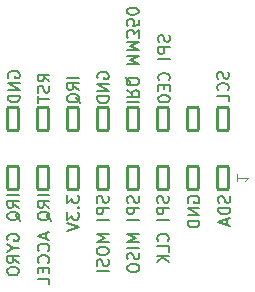
<source format=gbo>
%TF.GenerationSoftware,KiCad,Pcbnew,7.0.1*%
%TF.CreationDate,2024-02-15T14:31:57+01:00*%
%TF.ProjectId,pi4-sensorleap-v1,7069342d-7365-46e7-936f-726c6561702d,rev?*%
%TF.SameCoordinates,Original*%
%TF.FileFunction,Legend,Bot*%
%TF.FilePolarity,Positive*%
%FSLAX46Y46*%
G04 Gerber Fmt 4.6, Leading zero omitted, Abs format (unit mm)*
G04 Created by KiCad (PCBNEW 7.0.1) date 2024-02-15 14:31:57*
%MOMM*%
%LPD*%
G01*
G04 APERTURE LIST*
G04 Aperture macros list*
%AMRoundRect*
0 Rectangle with rounded corners*
0 $1 Rounding radius*
0 $2 $3 $4 $5 $6 $7 $8 $9 X,Y pos of 4 corners*
0 Add a 4 corners polygon primitive as box body*
4,1,4,$2,$3,$4,$5,$6,$7,$8,$9,$2,$3,0*
0 Add four circle primitives for the rounded corners*
1,1,$1+$1,$2,$3*
1,1,$1+$1,$4,$5*
1,1,$1+$1,$6,$7*
1,1,$1+$1,$8,$9*
0 Add four rect primitives between the rounded corners*
20,1,$1+$1,$2,$3,$4,$5,0*
20,1,$1+$1,$4,$5,$6,$7,0*
20,1,$1+$1,$6,$7,$8,$9,0*
20,1,$1+$1,$8,$9,$2,$3,0*%
G04 Aperture macros list end*
%ADD10C,0.150000*%
%ADD11C,0.100000*%
%ADD12R,1.500000X4.000000*%
%ADD13RoundRect,0.133333X-0.466667X-0.966667X0.466667X-0.966667X0.466667X0.966667X-0.466667X0.966667X0*%
G04 APERTURE END LIST*
D10*
X81667619Y-54279523D02*
X81191428Y-53946190D01*
X81667619Y-53708095D02*
X80667619Y-53708095D01*
X80667619Y-53708095D02*
X80667619Y-54089047D01*
X80667619Y-54089047D02*
X80715238Y-54184285D01*
X80715238Y-54184285D02*
X80762857Y-54231904D01*
X80762857Y-54231904D02*
X80858095Y-54279523D01*
X80858095Y-54279523D02*
X81000952Y-54279523D01*
X81000952Y-54279523D02*
X81096190Y-54231904D01*
X81096190Y-54231904D02*
X81143809Y-54184285D01*
X81143809Y-54184285D02*
X81191428Y-54089047D01*
X81191428Y-54089047D02*
X81191428Y-53708095D01*
X81620000Y-54660476D02*
X81667619Y-54803333D01*
X81667619Y-54803333D02*
X81667619Y-55041428D01*
X81667619Y-55041428D02*
X81620000Y-55136666D01*
X81620000Y-55136666D02*
X81572380Y-55184285D01*
X81572380Y-55184285D02*
X81477142Y-55231904D01*
X81477142Y-55231904D02*
X81381904Y-55231904D01*
X81381904Y-55231904D02*
X81286666Y-55184285D01*
X81286666Y-55184285D02*
X81239047Y-55136666D01*
X81239047Y-55136666D02*
X81191428Y-55041428D01*
X81191428Y-55041428D02*
X81143809Y-54850952D01*
X81143809Y-54850952D02*
X81096190Y-54755714D01*
X81096190Y-54755714D02*
X81048571Y-54708095D01*
X81048571Y-54708095D02*
X80953333Y-54660476D01*
X80953333Y-54660476D02*
X80858095Y-54660476D01*
X80858095Y-54660476D02*
X80762857Y-54708095D01*
X80762857Y-54708095D02*
X80715238Y-54755714D01*
X80715238Y-54755714D02*
X80667619Y-54850952D01*
X80667619Y-54850952D02*
X80667619Y-55089047D01*
X80667619Y-55089047D02*
X80715238Y-55231904D01*
X80667619Y-55517619D02*
X80667619Y-56089047D01*
X81667619Y-55803333D02*
X80667619Y-55803333D01*
X93423238Y-64557904D02*
X93375619Y-64462666D01*
X93375619Y-64462666D02*
X93375619Y-64319809D01*
X93375619Y-64319809D02*
X93423238Y-64176952D01*
X93423238Y-64176952D02*
X93518476Y-64081714D01*
X93518476Y-64081714D02*
X93613714Y-64034095D01*
X93613714Y-64034095D02*
X93804190Y-63986476D01*
X93804190Y-63986476D02*
X93947047Y-63986476D01*
X93947047Y-63986476D02*
X94137523Y-64034095D01*
X94137523Y-64034095D02*
X94232761Y-64081714D01*
X94232761Y-64081714D02*
X94328000Y-64176952D01*
X94328000Y-64176952D02*
X94375619Y-64319809D01*
X94375619Y-64319809D02*
X94375619Y-64415047D01*
X94375619Y-64415047D02*
X94328000Y-64557904D01*
X94328000Y-64557904D02*
X94280380Y-64605523D01*
X94280380Y-64605523D02*
X93947047Y-64605523D01*
X93947047Y-64605523D02*
X93947047Y-64415047D01*
X94375619Y-65034095D02*
X93375619Y-65034095D01*
X93375619Y-65034095D02*
X94375619Y-65605523D01*
X94375619Y-65605523D02*
X93375619Y-65605523D01*
X94375619Y-66081714D02*
X93375619Y-66081714D01*
X93375619Y-66081714D02*
X93375619Y-66319809D01*
X93375619Y-66319809D02*
X93423238Y-66462666D01*
X93423238Y-66462666D02*
X93518476Y-66557904D01*
X93518476Y-66557904D02*
X93613714Y-66605523D01*
X93613714Y-66605523D02*
X93804190Y-66653142D01*
X93804190Y-66653142D02*
X93947047Y-66653142D01*
X93947047Y-66653142D02*
X94137523Y-66605523D01*
X94137523Y-66605523D02*
X94232761Y-66557904D01*
X94232761Y-66557904D02*
X94328000Y-66462666D01*
X94328000Y-66462666D02*
X94375619Y-66319809D01*
X94375619Y-66319809D02*
X94375619Y-66081714D01*
X83175619Y-63938857D02*
X83175619Y-64557904D01*
X83175619Y-64557904D02*
X83556571Y-64224571D01*
X83556571Y-64224571D02*
X83556571Y-64367428D01*
X83556571Y-64367428D02*
X83604190Y-64462666D01*
X83604190Y-64462666D02*
X83651809Y-64510285D01*
X83651809Y-64510285D02*
X83747047Y-64557904D01*
X83747047Y-64557904D02*
X83985142Y-64557904D01*
X83985142Y-64557904D02*
X84080380Y-64510285D01*
X84080380Y-64510285D02*
X84128000Y-64462666D01*
X84128000Y-64462666D02*
X84175619Y-64367428D01*
X84175619Y-64367428D02*
X84175619Y-64081714D01*
X84175619Y-64081714D02*
X84128000Y-63986476D01*
X84128000Y-63986476D02*
X84080380Y-63938857D01*
X84080380Y-64986476D02*
X84128000Y-65034095D01*
X84128000Y-65034095D02*
X84175619Y-64986476D01*
X84175619Y-64986476D02*
X84128000Y-64938857D01*
X84128000Y-64938857D02*
X84080380Y-64986476D01*
X84080380Y-64986476D02*
X84175619Y-64986476D01*
X83175619Y-65367428D02*
X83175619Y-65986475D01*
X83175619Y-65986475D02*
X83556571Y-65653142D01*
X83556571Y-65653142D02*
X83556571Y-65795999D01*
X83556571Y-65795999D02*
X83604190Y-65891237D01*
X83604190Y-65891237D02*
X83651809Y-65938856D01*
X83651809Y-65938856D02*
X83747047Y-65986475D01*
X83747047Y-65986475D02*
X83985142Y-65986475D01*
X83985142Y-65986475D02*
X84080380Y-65938856D01*
X84080380Y-65938856D02*
X84128000Y-65891237D01*
X84128000Y-65891237D02*
X84175619Y-65795999D01*
X84175619Y-65795999D02*
X84175619Y-65510285D01*
X84175619Y-65510285D02*
X84128000Y-65415047D01*
X84128000Y-65415047D02*
X84080380Y-65367428D01*
X83175619Y-66272190D02*
X84175619Y-66605523D01*
X84175619Y-66605523D02*
X83175619Y-66938856D01*
X84177619Y-53968095D02*
X83177619Y-53968095D01*
X84177619Y-55015713D02*
X83701428Y-54682380D01*
X84177619Y-54444285D02*
X83177619Y-54444285D01*
X83177619Y-54444285D02*
X83177619Y-54825237D01*
X83177619Y-54825237D02*
X83225238Y-54920475D01*
X83225238Y-54920475D02*
X83272857Y-54968094D01*
X83272857Y-54968094D02*
X83368095Y-55015713D01*
X83368095Y-55015713D02*
X83510952Y-55015713D01*
X83510952Y-55015713D02*
X83606190Y-54968094D01*
X83606190Y-54968094D02*
X83653809Y-54920475D01*
X83653809Y-54920475D02*
X83701428Y-54825237D01*
X83701428Y-54825237D02*
X83701428Y-54444285D01*
X84272857Y-56110951D02*
X84225238Y-56015713D01*
X84225238Y-56015713D02*
X84130000Y-55920475D01*
X84130000Y-55920475D02*
X83987142Y-55777618D01*
X83987142Y-55777618D02*
X83939523Y-55682380D01*
X83939523Y-55682380D02*
X83939523Y-55587142D01*
X84177619Y-55634761D02*
X84130000Y-55539523D01*
X84130000Y-55539523D02*
X84034761Y-55444285D01*
X84034761Y-55444285D02*
X83844285Y-55396666D01*
X83844285Y-55396666D02*
X83510952Y-55396666D01*
X83510952Y-55396666D02*
X83320476Y-55444285D01*
X83320476Y-55444285D02*
X83225238Y-55539523D01*
X83225238Y-55539523D02*
X83177619Y-55634761D01*
X83177619Y-55634761D02*
X83177619Y-55825237D01*
X83177619Y-55825237D02*
X83225238Y-55920475D01*
X83225238Y-55920475D02*
X83320476Y-56015713D01*
X83320476Y-56015713D02*
X83510952Y-56063332D01*
X83510952Y-56063332D02*
X83844285Y-56063332D01*
X83844285Y-56063332D02*
X84034761Y-56015713D01*
X84034761Y-56015713D02*
X84130000Y-55920475D01*
X84130000Y-55920475D02*
X84177619Y-55825237D01*
X84177619Y-55825237D02*
X84177619Y-55634761D01*
X78205238Y-53971904D02*
X78157619Y-53876666D01*
X78157619Y-53876666D02*
X78157619Y-53733809D01*
X78157619Y-53733809D02*
X78205238Y-53590952D01*
X78205238Y-53590952D02*
X78300476Y-53495714D01*
X78300476Y-53495714D02*
X78395714Y-53448095D01*
X78395714Y-53448095D02*
X78586190Y-53400476D01*
X78586190Y-53400476D02*
X78729047Y-53400476D01*
X78729047Y-53400476D02*
X78919523Y-53448095D01*
X78919523Y-53448095D02*
X79014761Y-53495714D01*
X79014761Y-53495714D02*
X79110000Y-53590952D01*
X79110000Y-53590952D02*
X79157619Y-53733809D01*
X79157619Y-53733809D02*
X79157619Y-53829047D01*
X79157619Y-53829047D02*
X79110000Y-53971904D01*
X79110000Y-53971904D02*
X79062380Y-54019523D01*
X79062380Y-54019523D02*
X78729047Y-54019523D01*
X78729047Y-54019523D02*
X78729047Y-53829047D01*
X79157619Y-54448095D02*
X78157619Y-54448095D01*
X78157619Y-54448095D02*
X79157619Y-55019523D01*
X79157619Y-55019523D02*
X78157619Y-55019523D01*
X79157619Y-55495714D02*
X78157619Y-55495714D01*
X78157619Y-55495714D02*
X78157619Y-55733809D01*
X78157619Y-55733809D02*
X78205238Y-55876666D01*
X78205238Y-55876666D02*
X78300476Y-55971904D01*
X78300476Y-55971904D02*
X78395714Y-56019523D01*
X78395714Y-56019523D02*
X78586190Y-56067142D01*
X78586190Y-56067142D02*
X78729047Y-56067142D01*
X78729047Y-56067142D02*
X78919523Y-56019523D01*
X78919523Y-56019523D02*
X79014761Y-55971904D01*
X79014761Y-55971904D02*
X79110000Y-55876666D01*
X79110000Y-55876666D02*
X79157619Y-55733809D01*
X79157619Y-55733809D02*
X79157619Y-55495714D01*
X81675619Y-63934095D02*
X80675619Y-63934095D01*
X81675619Y-64981713D02*
X81199428Y-64648380D01*
X81675619Y-64410285D02*
X80675619Y-64410285D01*
X80675619Y-64410285D02*
X80675619Y-64791237D01*
X80675619Y-64791237D02*
X80723238Y-64886475D01*
X80723238Y-64886475D02*
X80770857Y-64934094D01*
X80770857Y-64934094D02*
X80866095Y-64981713D01*
X80866095Y-64981713D02*
X81008952Y-64981713D01*
X81008952Y-64981713D02*
X81104190Y-64934094D01*
X81104190Y-64934094D02*
X81151809Y-64886475D01*
X81151809Y-64886475D02*
X81199428Y-64791237D01*
X81199428Y-64791237D02*
X81199428Y-64410285D01*
X81770857Y-66076951D02*
X81723238Y-65981713D01*
X81723238Y-65981713D02*
X81628000Y-65886475D01*
X81628000Y-65886475D02*
X81485142Y-65743618D01*
X81485142Y-65743618D02*
X81437523Y-65648380D01*
X81437523Y-65648380D02*
X81437523Y-65553142D01*
X81675619Y-65600761D02*
X81628000Y-65505523D01*
X81628000Y-65505523D02*
X81532761Y-65410285D01*
X81532761Y-65410285D02*
X81342285Y-65362666D01*
X81342285Y-65362666D02*
X81008952Y-65362666D01*
X81008952Y-65362666D02*
X80818476Y-65410285D01*
X80818476Y-65410285D02*
X80723238Y-65505523D01*
X80723238Y-65505523D02*
X80675619Y-65600761D01*
X80675619Y-65600761D02*
X80675619Y-65791237D01*
X80675619Y-65791237D02*
X80723238Y-65886475D01*
X80723238Y-65886475D02*
X80818476Y-65981713D01*
X80818476Y-65981713D02*
X81008952Y-66029332D01*
X81008952Y-66029332D02*
X81342285Y-66029332D01*
X81342285Y-66029332D02*
X81532761Y-65981713D01*
X81532761Y-65981713D02*
X81628000Y-65886475D01*
X81628000Y-65886475D02*
X81675619Y-65791237D01*
X81675619Y-65791237D02*
X81675619Y-65600761D01*
X81389904Y-67172190D02*
X81389904Y-67648380D01*
X81675619Y-67076952D02*
X80675619Y-67410285D01*
X80675619Y-67410285D02*
X81675619Y-67743618D01*
X81580380Y-68648380D02*
X81628000Y-68600761D01*
X81628000Y-68600761D02*
X81675619Y-68457904D01*
X81675619Y-68457904D02*
X81675619Y-68362666D01*
X81675619Y-68362666D02*
X81628000Y-68219809D01*
X81628000Y-68219809D02*
X81532761Y-68124571D01*
X81532761Y-68124571D02*
X81437523Y-68076952D01*
X81437523Y-68076952D02*
X81247047Y-68029333D01*
X81247047Y-68029333D02*
X81104190Y-68029333D01*
X81104190Y-68029333D02*
X80913714Y-68076952D01*
X80913714Y-68076952D02*
X80818476Y-68124571D01*
X80818476Y-68124571D02*
X80723238Y-68219809D01*
X80723238Y-68219809D02*
X80675619Y-68362666D01*
X80675619Y-68362666D02*
X80675619Y-68457904D01*
X80675619Y-68457904D02*
X80723238Y-68600761D01*
X80723238Y-68600761D02*
X80770857Y-68648380D01*
X81580380Y-69648380D02*
X81628000Y-69600761D01*
X81628000Y-69600761D02*
X81675619Y-69457904D01*
X81675619Y-69457904D02*
X81675619Y-69362666D01*
X81675619Y-69362666D02*
X81628000Y-69219809D01*
X81628000Y-69219809D02*
X81532761Y-69124571D01*
X81532761Y-69124571D02*
X81437523Y-69076952D01*
X81437523Y-69076952D02*
X81247047Y-69029333D01*
X81247047Y-69029333D02*
X81104190Y-69029333D01*
X81104190Y-69029333D02*
X80913714Y-69076952D01*
X80913714Y-69076952D02*
X80818476Y-69124571D01*
X80818476Y-69124571D02*
X80723238Y-69219809D01*
X80723238Y-69219809D02*
X80675619Y-69362666D01*
X80675619Y-69362666D02*
X80675619Y-69457904D01*
X80675619Y-69457904D02*
X80723238Y-69600761D01*
X80723238Y-69600761D02*
X80770857Y-69648380D01*
X81151809Y-70076952D02*
X81151809Y-70410285D01*
X81675619Y-70553142D02*
X81675619Y-70076952D01*
X81675619Y-70076952D02*
X80675619Y-70076952D01*
X80675619Y-70076952D02*
X80675619Y-70553142D01*
X81675619Y-71457904D02*
X81675619Y-70981714D01*
X81675619Y-70981714D02*
X80675619Y-70981714D01*
X79075619Y-63934095D02*
X78075619Y-63934095D01*
X79075619Y-64981713D02*
X78599428Y-64648380D01*
X79075619Y-64410285D02*
X78075619Y-64410285D01*
X78075619Y-64410285D02*
X78075619Y-64791237D01*
X78075619Y-64791237D02*
X78123238Y-64886475D01*
X78123238Y-64886475D02*
X78170857Y-64934094D01*
X78170857Y-64934094D02*
X78266095Y-64981713D01*
X78266095Y-64981713D02*
X78408952Y-64981713D01*
X78408952Y-64981713D02*
X78504190Y-64934094D01*
X78504190Y-64934094D02*
X78551809Y-64886475D01*
X78551809Y-64886475D02*
X78599428Y-64791237D01*
X78599428Y-64791237D02*
X78599428Y-64410285D01*
X79170857Y-66076951D02*
X79123238Y-65981713D01*
X79123238Y-65981713D02*
X79028000Y-65886475D01*
X79028000Y-65886475D02*
X78885142Y-65743618D01*
X78885142Y-65743618D02*
X78837523Y-65648380D01*
X78837523Y-65648380D02*
X78837523Y-65553142D01*
X79075619Y-65600761D02*
X79028000Y-65505523D01*
X79028000Y-65505523D02*
X78932761Y-65410285D01*
X78932761Y-65410285D02*
X78742285Y-65362666D01*
X78742285Y-65362666D02*
X78408952Y-65362666D01*
X78408952Y-65362666D02*
X78218476Y-65410285D01*
X78218476Y-65410285D02*
X78123238Y-65505523D01*
X78123238Y-65505523D02*
X78075619Y-65600761D01*
X78075619Y-65600761D02*
X78075619Y-65791237D01*
X78075619Y-65791237D02*
X78123238Y-65886475D01*
X78123238Y-65886475D02*
X78218476Y-65981713D01*
X78218476Y-65981713D02*
X78408952Y-66029332D01*
X78408952Y-66029332D02*
X78742285Y-66029332D01*
X78742285Y-66029332D02*
X78932761Y-65981713D01*
X78932761Y-65981713D02*
X79028000Y-65886475D01*
X79028000Y-65886475D02*
X79075619Y-65791237D01*
X79075619Y-65791237D02*
X79075619Y-65600761D01*
X78123238Y-67743618D02*
X78075619Y-67648380D01*
X78075619Y-67648380D02*
X78075619Y-67505523D01*
X78075619Y-67505523D02*
X78123238Y-67362666D01*
X78123238Y-67362666D02*
X78218476Y-67267428D01*
X78218476Y-67267428D02*
X78313714Y-67219809D01*
X78313714Y-67219809D02*
X78504190Y-67172190D01*
X78504190Y-67172190D02*
X78647047Y-67172190D01*
X78647047Y-67172190D02*
X78837523Y-67219809D01*
X78837523Y-67219809D02*
X78932761Y-67267428D01*
X78932761Y-67267428D02*
X79028000Y-67362666D01*
X79028000Y-67362666D02*
X79075619Y-67505523D01*
X79075619Y-67505523D02*
X79075619Y-67600761D01*
X79075619Y-67600761D02*
X79028000Y-67743618D01*
X79028000Y-67743618D02*
X78980380Y-67791237D01*
X78980380Y-67791237D02*
X78647047Y-67791237D01*
X78647047Y-67791237D02*
X78647047Y-67600761D01*
X78599428Y-68410285D02*
X79075619Y-68410285D01*
X78075619Y-68076952D02*
X78599428Y-68410285D01*
X78599428Y-68410285D02*
X78075619Y-68743618D01*
X79075619Y-69648380D02*
X78599428Y-69315047D01*
X79075619Y-69076952D02*
X78075619Y-69076952D01*
X78075619Y-69076952D02*
X78075619Y-69457904D01*
X78075619Y-69457904D02*
X78123238Y-69553142D01*
X78123238Y-69553142D02*
X78170857Y-69600761D01*
X78170857Y-69600761D02*
X78266095Y-69648380D01*
X78266095Y-69648380D02*
X78408952Y-69648380D01*
X78408952Y-69648380D02*
X78504190Y-69600761D01*
X78504190Y-69600761D02*
X78551809Y-69553142D01*
X78551809Y-69553142D02*
X78599428Y-69457904D01*
X78599428Y-69457904D02*
X78599428Y-69076952D01*
X78075619Y-70267428D02*
X78075619Y-70457904D01*
X78075619Y-70457904D02*
X78123238Y-70553142D01*
X78123238Y-70553142D02*
X78218476Y-70648380D01*
X78218476Y-70648380D02*
X78408952Y-70695999D01*
X78408952Y-70695999D02*
X78742285Y-70695999D01*
X78742285Y-70695999D02*
X78932761Y-70648380D01*
X78932761Y-70648380D02*
X79028000Y-70553142D01*
X79028000Y-70553142D02*
X79075619Y-70457904D01*
X79075619Y-70457904D02*
X79075619Y-70267428D01*
X79075619Y-70267428D02*
X79028000Y-70172190D01*
X79028000Y-70172190D02*
X78932761Y-70076952D01*
X78932761Y-70076952D02*
X78742285Y-70029333D01*
X78742285Y-70029333D02*
X78408952Y-70029333D01*
X78408952Y-70029333D02*
X78218476Y-70076952D01*
X78218476Y-70076952D02*
X78123238Y-70172190D01*
X78123238Y-70172190D02*
X78075619Y-70267428D01*
X85750238Y-54036904D02*
X85702619Y-53941666D01*
X85702619Y-53941666D02*
X85702619Y-53798809D01*
X85702619Y-53798809D02*
X85750238Y-53655952D01*
X85750238Y-53655952D02*
X85845476Y-53560714D01*
X85845476Y-53560714D02*
X85940714Y-53513095D01*
X85940714Y-53513095D02*
X86131190Y-53465476D01*
X86131190Y-53465476D02*
X86274047Y-53465476D01*
X86274047Y-53465476D02*
X86464523Y-53513095D01*
X86464523Y-53513095D02*
X86559761Y-53560714D01*
X86559761Y-53560714D02*
X86655000Y-53655952D01*
X86655000Y-53655952D02*
X86702619Y-53798809D01*
X86702619Y-53798809D02*
X86702619Y-53894047D01*
X86702619Y-53894047D02*
X86655000Y-54036904D01*
X86655000Y-54036904D02*
X86607380Y-54084523D01*
X86607380Y-54084523D02*
X86274047Y-54084523D01*
X86274047Y-54084523D02*
X86274047Y-53894047D01*
X86702619Y-54513095D02*
X85702619Y-54513095D01*
X85702619Y-54513095D02*
X86702619Y-55084523D01*
X86702619Y-55084523D02*
X85702619Y-55084523D01*
X86702619Y-55560714D02*
X85702619Y-55560714D01*
X85702619Y-55560714D02*
X85702619Y-55798809D01*
X85702619Y-55798809D02*
X85750238Y-55941666D01*
X85750238Y-55941666D02*
X85845476Y-56036904D01*
X85845476Y-56036904D02*
X85940714Y-56084523D01*
X85940714Y-56084523D02*
X86131190Y-56132142D01*
X86131190Y-56132142D02*
X86274047Y-56132142D01*
X86274047Y-56132142D02*
X86464523Y-56084523D01*
X86464523Y-56084523D02*
X86559761Y-56036904D01*
X86559761Y-56036904D02*
X86655000Y-55941666D01*
X86655000Y-55941666D02*
X86702619Y-55798809D01*
X86702619Y-55798809D02*
X86702619Y-55560714D01*
X96828000Y-53486476D02*
X96875619Y-53629333D01*
X96875619Y-53629333D02*
X96875619Y-53867428D01*
X96875619Y-53867428D02*
X96828000Y-53962666D01*
X96828000Y-53962666D02*
X96780380Y-54010285D01*
X96780380Y-54010285D02*
X96685142Y-54057904D01*
X96685142Y-54057904D02*
X96589904Y-54057904D01*
X96589904Y-54057904D02*
X96494666Y-54010285D01*
X96494666Y-54010285D02*
X96447047Y-53962666D01*
X96447047Y-53962666D02*
X96399428Y-53867428D01*
X96399428Y-53867428D02*
X96351809Y-53676952D01*
X96351809Y-53676952D02*
X96304190Y-53581714D01*
X96304190Y-53581714D02*
X96256571Y-53534095D01*
X96256571Y-53534095D02*
X96161333Y-53486476D01*
X96161333Y-53486476D02*
X96066095Y-53486476D01*
X96066095Y-53486476D02*
X95970857Y-53534095D01*
X95970857Y-53534095D02*
X95923238Y-53581714D01*
X95923238Y-53581714D02*
X95875619Y-53676952D01*
X95875619Y-53676952D02*
X95875619Y-53915047D01*
X95875619Y-53915047D02*
X95923238Y-54057904D01*
X96780380Y-55057904D02*
X96828000Y-55010285D01*
X96828000Y-55010285D02*
X96875619Y-54867428D01*
X96875619Y-54867428D02*
X96875619Y-54772190D01*
X96875619Y-54772190D02*
X96828000Y-54629333D01*
X96828000Y-54629333D02*
X96732761Y-54534095D01*
X96732761Y-54534095D02*
X96637523Y-54486476D01*
X96637523Y-54486476D02*
X96447047Y-54438857D01*
X96447047Y-54438857D02*
X96304190Y-54438857D01*
X96304190Y-54438857D02*
X96113714Y-54486476D01*
X96113714Y-54486476D02*
X96018476Y-54534095D01*
X96018476Y-54534095D02*
X95923238Y-54629333D01*
X95923238Y-54629333D02*
X95875619Y-54772190D01*
X95875619Y-54772190D02*
X95875619Y-54867428D01*
X95875619Y-54867428D02*
X95923238Y-55010285D01*
X95923238Y-55010285D02*
X95970857Y-55057904D01*
X96875619Y-55962666D02*
X96875619Y-55486476D01*
X96875619Y-55486476D02*
X95875619Y-55486476D01*
X96928000Y-63986476D02*
X96975619Y-64129333D01*
X96975619Y-64129333D02*
X96975619Y-64367428D01*
X96975619Y-64367428D02*
X96928000Y-64462666D01*
X96928000Y-64462666D02*
X96880380Y-64510285D01*
X96880380Y-64510285D02*
X96785142Y-64557904D01*
X96785142Y-64557904D02*
X96689904Y-64557904D01*
X96689904Y-64557904D02*
X96594666Y-64510285D01*
X96594666Y-64510285D02*
X96547047Y-64462666D01*
X96547047Y-64462666D02*
X96499428Y-64367428D01*
X96499428Y-64367428D02*
X96451809Y-64176952D01*
X96451809Y-64176952D02*
X96404190Y-64081714D01*
X96404190Y-64081714D02*
X96356571Y-64034095D01*
X96356571Y-64034095D02*
X96261333Y-63986476D01*
X96261333Y-63986476D02*
X96166095Y-63986476D01*
X96166095Y-63986476D02*
X96070857Y-64034095D01*
X96070857Y-64034095D02*
X96023238Y-64081714D01*
X96023238Y-64081714D02*
X95975619Y-64176952D01*
X95975619Y-64176952D02*
X95975619Y-64415047D01*
X95975619Y-64415047D02*
X96023238Y-64557904D01*
X96975619Y-64986476D02*
X95975619Y-64986476D01*
X95975619Y-64986476D02*
X95975619Y-65224571D01*
X95975619Y-65224571D02*
X96023238Y-65367428D01*
X96023238Y-65367428D02*
X96118476Y-65462666D01*
X96118476Y-65462666D02*
X96213714Y-65510285D01*
X96213714Y-65510285D02*
X96404190Y-65557904D01*
X96404190Y-65557904D02*
X96547047Y-65557904D01*
X96547047Y-65557904D02*
X96737523Y-65510285D01*
X96737523Y-65510285D02*
X96832761Y-65462666D01*
X96832761Y-65462666D02*
X96928000Y-65367428D01*
X96928000Y-65367428D02*
X96975619Y-65224571D01*
X96975619Y-65224571D02*
X96975619Y-64986476D01*
X96689904Y-65938857D02*
X96689904Y-66415047D01*
X96975619Y-65843619D02*
X95975619Y-66176952D01*
X95975619Y-66176952D02*
X96975619Y-66510285D01*
X88222380Y-56061904D02*
X89222380Y-56061904D01*
X88222380Y-55014286D02*
X88698571Y-55347619D01*
X88222380Y-55585714D02*
X89222380Y-55585714D01*
X89222380Y-55585714D02*
X89222380Y-55204762D01*
X89222380Y-55204762D02*
X89174761Y-55109524D01*
X89174761Y-55109524D02*
X89127142Y-55061905D01*
X89127142Y-55061905D02*
X89031904Y-55014286D01*
X89031904Y-55014286D02*
X88889047Y-55014286D01*
X88889047Y-55014286D02*
X88793809Y-55061905D01*
X88793809Y-55061905D02*
X88746190Y-55109524D01*
X88746190Y-55109524D02*
X88698571Y-55204762D01*
X88698571Y-55204762D02*
X88698571Y-55585714D01*
X88127142Y-53919048D02*
X88174761Y-54014286D01*
X88174761Y-54014286D02*
X88270000Y-54109524D01*
X88270000Y-54109524D02*
X88412857Y-54252381D01*
X88412857Y-54252381D02*
X88460476Y-54347619D01*
X88460476Y-54347619D02*
X88460476Y-54442857D01*
X88222380Y-54395238D02*
X88270000Y-54490476D01*
X88270000Y-54490476D02*
X88365238Y-54585714D01*
X88365238Y-54585714D02*
X88555714Y-54633333D01*
X88555714Y-54633333D02*
X88889047Y-54633333D01*
X88889047Y-54633333D02*
X89079523Y-54585714D01*
X89079523Y-54585714D02*
X89174761Y-54490476D01*
X89174761Y-54490476D02*
X89222380Y-54395238D01*
X89222380Y-54395238D02*
X89222380Y-54204762D01*
X89222380Y-54204762D02*
X89174761Y-54109524D01*
X89174761Y-54109524D02*
X89079523Y-54014286D01*
X89079523Y-54014286D02*
X88889047Y-53966667D01*
X88889047Y-53966667D02*
X88555714Y-53966667D01*
X88555714Y-53966667D02*
X88365238Y-54014286D01*
X88365238Y-54014286D02*
X88270000Y-54109524D01*
X88270000Y-54109524D02*
X88222380Y-54204762D01*
X88222380Y-54204762D02*
X88222380Y-54395238D01*
X88222380Y-52776190D02*
X89222380Y-52776190D01*
X89222380Y-52776190D02*
X88508095Y-52442857D01*
X88508095Y-52442857D02*
X89222380Y-52109524D01*
X89222380Y-52109524D02*
X88222380Y-52109524D01*
X88222380Y-51633333D02*
X89222380Y-51633333D01*
X89222380Y-51633333D02*
X88508095Y-51300000D01*
X88508095Y-51300000D02*
X89222380Y-50966667D01*
X89222380Y-50966667D02*
X88222380Y-50966667D01*
X89222380Y-50585714D02*
X89222380Y-49966667D01*
X89222380Y-49966667D02*
X88841428Y-50300000D01*
X88841428Y-50300000D02*
X88841428Y-50157143D01*
X88841428Y-50157143D02*
X88793809Y-50061905D01*
X88793809Y-50061905D02*
X88746190Y-50014286D01*
X88746190Y-50014286D02*
X88650952Y-49966667D01*
X88650952Y-49966667D02*
X88412857Y-49966667D01*
X88412857Y-49966667D02*
X88317619Y-50014286D01*
X88317619Y-50014286D02*
X88270000Y-50061905D01*
X88270000Y-50061905D02*
X88222380Y-50157143D01*
X88222380Y-50157143D02*
X88222380Y-50442857D01*
X88222380Y-50442857D02*
X88270000Y-50538095D01*
X88270000Y-50538095D02*
X88317619Y-50585714D01*
X89222380Y-49061905D02*
X89222380Y-49538095D01*
X89222380Y-49538095D02*
X88746190Y-49585714D01*
X88746190Y-49585714D02*
X88793809Y-49538095D01*
X88793809Y-49538095D02*
X88841428Y-49442857D01*
X88841428Y-49442857D02*
X88841428Y-49204762D01*
X88841428Y-49204762D02*
X88793809Y-49109524D01*
X88793809Y-49109524D02*
X88746190Y-49061905D01*
X88746190Y-49061905D02*
X88650952Y-49014286D01*
X88650952Y-49014286D02*
X88412857Y-49014286D01*
X88412857Y-49014286D02*
X88317619Y-49061905D01*
X88317619Y-49061905D02*
X88270000Y-49109524D01*
X88270000Y-49109524D02*
X88222380Y-49204762D01*
X88222380Y-49204762D02*
X88222380Y-49442857D01*
X88222380Y-49442857D02*
X88270000Y-49538095D01*
X88270000Y-49538095D02*
X88317619Y-49585714D01*
X89222380Y-48395238D02*
X89222380Y-48300000D01*
X89222380Y-48300000D02*
X89174761Y-48204762D01*
X89174761Y-48204762D02*
X89127142Y-48157143D01*
X89127142Y-48157143D02*
X89031904Y-48109524D01*
X89031904Y-48109524D02*
X88841428Y-48061905D01*
X88841428Y-48061905D02*
X88603333Y-48061905D01*
X88603333Y-48061905D02*
X88412857Y-48109524D01*
X88412857Y-48109524D02*
X88317619Y-48157143D01*
X88317619Y-48157143D02*
X88270000Y-48204762D01*
X88270000Y-48204762D02*
X88222380Y-48300000D01*
X88222380Y-48300000D02*
X88222380Y-48395238D01*
X88222380Y-48395238D02*
X88270000Y-48490476D01*
X88270000Y-48490476D02*
X88317619Y-48538095D01*
X88317619Y-48538095D02*
X88412857Y-48585714D01*
X88412857Y-48585714D02*
X88603333Y-48633333D01*
X88603333Y-48633333D02*
X88841428Y-48633333D01*
X88841428Y-48633333D02*
X89031904Y-48585714D01*
X89031904Y-48585714D02*
X89127142Y-48538095D01*
X89127142Y-48538095D02*
X89174761Y-48490476D01*
X89174761Y-48490476D02*
X89222380Y-48395238D01*
X89228000Y-63986476D02*
X89275619Y-64129333D01*
X89275619Y-64129333D02*
X89275619Y-64367428D01*
X89275619Y-64367428D02*
X89228000Y-64462666D01*
X89228000Y-64462666D02*
X89180380Y-64510285D01*
X89180380Y-64510285D02*
X89085142Y-64557904D01*
X89085142Y-64557904D02*
X88989904Y-64557904D01*
X88989904Y-64557904D02*
X88894666Y-64510285D01*
X88894666Y-64510285D02*
X88847047Y-64462666D01*
X88847047Y-64462666D02*
X88799428Y-64367428D01*
X88799428Y-64367428D02*
X88751809Y-64176952D01*
X88751809Y-64176952D02*
X88704190Y-64081714D01*
X88704190Y-64081714D02*
X88656571Y-64034095D01*
X88656571Y-64034095D02*
X88561333Y-63986476D01*
X88561333Y-63986476D02*
X88466095Y-63986476D01*
X88466095Y-63986476D02*
X88370857Y-64034095D01*
X88370857Y-64034095D02*
X88323238Y-64081714D01*
X88323238Y-64081714D02*
X88275619Y-64176952D01*
X88275619Y-64176952D02*
X88275619Y-64415047D01*
X88275619Y-64415047D02*
X88323238Y-64557904D01*
X89275619Y-64986476D02*
X88275619Y-64986476D01*
X88275619Y-64986476D02*
X88275619Y-65367428D01*
X88275619Y-65367428D02*
X88323238Y-65462666D01*
X88323238Y-65462666D02*
X88370857Y-65510285D01*
X88370857Y-65510285D02*
X88466095Y-65557904D01*
X88466095Y-65557904D02*
X88608952Y-65557904D01*
X88608952Y-65557904D02*
X88704190Y-65510285D01*
X88704190Y-65510285D02*
X88751809Y-65462666D01*
X88751809Y-65462666D02*
X88799428Y-65367428D01*
X88799428Y-65367428D02*
X88799428Y-64986476D01*
X89275619Y-65986476D02*
X88275619Y-65986476D01*
X89275619Y-67224571D02*
X88275619Y-67224571D01*
X88275619Y-67224571D02*
X88989904Y-67557904D01*
X88989904Y-67557904D02*
X88275619Y-67891237D01*
X88275619Y-67891237D02*
X89275619Y-67891237D01*
X89275619Y-68367428D02*
X88275619Y-68367428D01*
X89228000Y-68795999D02*
X89275619Y-68938856D01*
X89275619Y-68938856D02*
X89275619Y-69176951D01*
X89275619Y-69176951D02*
X89228000Y-69272189D01*
X89228000Y-69272189D02*
X89180380Y-69319808D01*
X89180380Y-69319808D02*
X89085142Y-69367427D01*
X89085142Y-69367427D02*
X88989904Y-69367427D01*
X88989904Y-69367427D02*
X88894666Y-69319808D01*
X88894666Y-69319808D02*
X88847047Y-69272189D01*
X88847047Y-69272189D02*
X88799428Y-69176951D01*
X88799428Y-69176951D02*
X88751809Y-68986475D01*
X88751809Y-68986475D02*
X88704190Y-68891237D01*
X88704190Y-68891237D02*
X88656571Y-68843618D01*
X88656571Y-68843618D02*
X88561333Y-68795999D01*
X88561333Y-68795999D02*
X88466095Y-68795999D01*
X88466095Y-68795999D02*
X88370857Y-68843618D01*
X88370857Y-68843618D02*
X88323238Y-68891237D01*
X88323238Y-68891237D02*
X88275619Y-68986475D01*
X88275619Y-68986475D02*
X88275619Y-69224570D01*
X88275619Y-69224570D02*
X88323238Y-69367427D01*
X88275619Y-69986475D02*
X88275619Y-70176951D01*
X88275619Y-70176951D02*
X88323238Y-70272189D01*
X88323238Y-70272189D02*
X88418476Y-70367427D01*
X88418476Y-70367427D02*
X88608952Y-70415046D01*
X88608952Y-70415046D02*
X88942285Y-70415046D01*
X88942285Y-70415046D02*
X89132761Y-70367427D01*
X89132761Y-70367427D02*
X89228000Y-70272189D01*
X89228000Y-70272189D02*
X89275619Y-70176951D01*
X89275619Y-70176951D02*
X89275619Y-69986475D01*
X89275619Y-69986475D02*
X89228000Y-69891237D01*
X89228000Y-69891237D02*
X89132761Y-69795999D01*
X89132761Y-69795999D02*
X88942285Y-69748380D01*
X88942285Y-69748380D02*
X88608952Y-69748380D01*
X88608952Y-69748380D02*
X88418476Y-69795999D01*
X88418476Y-69795999D02*
X88323238Y-69891237D01*
X88323238Y-69891237D02*
X88275619Y-69986475D01*
X86628000Y-63986476D02*
X86675619Y-64129333D01*
X86675619Y-64129333D02*
X86675619Y-64367428D01*
X86675619Y-64367428D02*
X86628000Y-64462666D01*
X86628000Y-64462666D02*
X86580380Y-64510285D01*
X86580380Y-64510285D02*
X86485142Y-64557904D01*
X86485142Y-64557904D02*
X86389904Y-64557904D01*
X86389904Y-64557904D02*
X86294666Y-64510285D01*
X86294666Y-64510285D02*
X86247047Y-64462666D01*
X86247047Y-64462666D02*
X86199428Y-64367428D01*
X86199428Y-64367428D02*
X86151809Y-64176952D01*
X86151809Y-64176952D02*
X86104190Y-64081714D01*
X86104190Y-64081714D02*
X86056571Y-64034095D01*
X86056571Y-64034095D02*
X85961333Y-63986476D01*
X85961333Y-63986476D02*
X85866095Y-63986476D01*
X85866095Y-63986476D02*
X85770857Y-64034095D01*
X85770857Y-64034095D02*
X85723238Y-64081714D01*
X85723238Y-64081714D02*
X85675619Y-64176952D01*
X85675619Y-64176952D02*
X85675619Y-64415047D01*
X85675619Y-64415047D02*
X85723238Y-64557904D01*
X86675619Y-64986476D02*
X85675619Y-64986476D01*
X85675619Y-64986476D02*
X85675619Y-65367428D01*
X85675619Y-65367428D02*
X85723238Y-65462666D01*
X85723238Y-65462666D02*
X85770857Y-65510285D01*
X85770857Y-65510285D02*
X85866095Y-65557904D01*
X85866095Y-65557904D02*
X86008952Y-65557904D01*
X86008952Y-65557904D02*
X86104190Y-65510285D01*
X86104190Y-65510285D02*
X86151809Y-65462666D01*
X86151809Y-65462666D02*
X86199428Y-65367428D01*
X86199428Y-65367428D02*
X86199428Y-64986476D01*
X86675619Y-65986476D02*
X85675619Y-65986476D01*
X86675619Y-67224571D02*
X85675619Y-67224571D01*
X85675619Y-67224571D02*
X86389904Y-67557904D01*
X86389904Y-67557904D02*
X85675619Y-67891237D01*
X85675619Y-67891237D02*
X86675619Y-67891237D01*
X85675619Y-68557904D02*
X85675619Y-68748380D01*
X85675619Y-68748380D02*
X85723238Y-68843618D01*
X85723238Y-68843618D02*
X85818476Y-68938856D01*
X85818476Y-68938856D02*
X86008952Y-68986475D01*
X86008952Y-68986475D02*
X86342285Y-68986475D01*
X86342285Y-68986475D02*
X86532761Y-68938856D01*
X86532761Y-68938856D02*
X86628000Y-68843618D01*
X86628000Y-68843618D02*
X86675619Y-68748380D01*
X86675619Y-68748380D02*
X86675619Y-68557904D01*
X86675619Y-68557904D02*
X86628000Y-68462666D01*
X86628000Y-68462666D02*
X86532761Y-68367428D01*
X86532761Y-68367428D02*
X86342285Y-68319809D01*
X86342285Y-68319809D02*
X86008952Y-68319809D01*
X86008952Y-68319809D02*
X85818476Y-68367428D01*
X85818476Y-68367428D02*
X85723238Y-68462666D01*
X85723238Y-68462666D02*
X85675619Y-68557904D01*
X86628000Y-69367428D02*
X86675619Y-69510285D01*
X86675619Y-69510285D02*
X86675619Y-69748380D01*
X86675619Y-69748380D02*
X86628000Y-69843618D01*
X86628000Y-69843618D02*
X86580380Y-69891237D01*
X86580380Y-69891237D02*
X86485142Y-69938856D01*
X86485142Y-69938856D02*
X86389904Y-69938856D01*
X86389904Y-69938856D02*
X86294666Y-69891237D01*
X86294666Y-69891237D02*
X86247047Y-69843618D01*
X86247047Y-69843618D02*
X86199428Y-69748380D01*
X86199428Y-69748380D02*
X86151809Y-69557904D01*
X86151809Y-69557904D02*
X86104190Y-69462666D01*
X86104190Y-69462666D02*
X86056571Y-69415047D01*
X86056571Y-69415047D02*
X85961333Y-69367428D01*
X85961333Y-69367428D02*
X85866095Y-69367428D01*
X85866095Y-69367428D02*
X85770857Y-69415047D01*
X85770857Y-69415047D02*
X85723238Y-69462666D01*
X85723238Y-69462666D02*
X85675619Y-69557904D01*
X85675619Y-69557904D02*
X85675619Y-69795999D01*
X85675619Y-69795999D02*
X85723238Y-69938856D01*
X86675619Y-70367428D02*
X85675619Y-70367428D01*
X91828000Y-50386476D02*
X91875619Y-50529333D01*
X91875619Y-50529333D02*
X91875619Y-50767428D01*
X91875619Y-50767428D02*
X91828000Y-50862666D01*
X91828000Y-50862666D02*
X91780380Y-50910285D01*
X91780380Y-50910285D02*
X91685142Y-50957904D01*
X91685142Y-50957904D02*
X91589904Y-50957904D01*
X91589904Y-50957904D02*
X91494666Y-50910285D01*
X91494666Y-50910285D02*
X91447047Y-50862666D01*
X91447047Y-50862666D02*
X91399428Y-50767428D01*
X91399428Y-50767428D02*
X91351809Y-50576952D01*
X91351809Y-50576952D02*
X91304190Y-50481714D01*
X91304190Y-50481714D02*
X91256571Y-50434095D01*
X91256571Y-50434095D02*
X91161333Y-50386476D01*
X91161333Y-50386476D02*
X91066095Y-50386476D01*
X91066095Y-50386476D02*
X90970857Y-50434095D01*
X90970857Y-50434095D02*
X90923238Y-50481714D01*
X90923238Y-50481714D02*
X90875619Y-50576952D01*
X90875619Y-50576952D02*
X90875619Y-50815047D01*
X90875619Y-50815047D02*
X90923238Y-50957904D01*
X91875619Y-51386476D02*
X90875619Y-51386476D01*
X90875619Y-51386476D02*
X90875619Y-51767428D01*
X90875619Y-51767428D02*
X90923238Y-51862666D01*
X90923238Y-51862666D02*
X90970857Y-51910285D01*
X90970857Y-51910285D02*
X91066095Y-51957904D01*
X91066095Y-51957904D02*
X91208952Y-51957904D01*
X91208952Y-51957904D02*
X91304190Y-51910285D01*
X91304190Y-51910285D02*
X91351809Y-51862666D01*
X91351809Y-51862666D02*
X91399428Y-51767428D01*
X91399428Y-51767428D02*
X91399428Y-51386476D01*
X91875619Y-52386476D02*
X90875619Y-52386476D01*
X91780380Y-54195999D02*
X91828000Y-54148380D01*
X91828000Y-54148380D02*
X91875619Y-54005523D01*
X91875619Y-54005523D02*
X91875619Y-53910285D01*
X91875619Y-53910285D02*
X91828000Y-53767428D01*
X91828000Y-53767428D02*
X91732761Y-53672190D01*
X91732761Y-53672190D02*
X91637523Y-53624571D01*
X91637523Y-53624571D02*
X91447047Y-53576952D01*
X91447047Y-53576952D02*
X91304190Y-53576952D01*
X91304190Y-53576952D02*
X91113714Y-53624571D01*
X91113714Y-53624571D02*
X91018476Y-53672190D01*
X91018476Y-53672190D02*
X90923238Y-53767428D01*
X90923238Y-53767428D02*
X90875619Y-53910285D01*
X90875619Y-53910285D02*
X90875619Y-54005523D01*
X90875619Y-54005523D02*
X90923238Y-54148380D01*
X90923238Y-54148380D02*
X90970857Y-54195999D01*
X91351809Y-54624571D02*
X91351809Y-54957904D01*
X91875619Y-55100761D02*
X91875619Y-54624571D01*
X91875619Y-54624571D02*
X90875619Y-54624571D01*
X90875619Y-54624571D02*
X90875619Y-55100761D01*
X90875619Y-55719809D02*
X90875619Y-55815047D01*
X90875619Y-55815047D02*
X90923238Y-55910285D01*
X90923238Y-55910285D02*
X90970857Y-55957904D01*
X90970857Y-55957904D02*
X91066095Y-56005523D01*
X91066095Y-56005523D02*
X91256571Y-56053142D01*
X91256571Y-56053142D02*
X91494666Y-56053142D01*
X91494666Y-56053142D02*
X91685142Y-56005523D01*
X91685142Y-56005523D02*
X91780380Y-55957904D01*
X91780380Y-55957904D02*
X91828000Y-55910285D01*
X91828000Y-55910285D02*
X91875619Y-55815047D01*
X91875619Y-55815047D02*
X91875619Y-55719809D01*
X91875619Y-55719809D02*
X91828000Y-55624571D01*
X91828000Y-55624571D02*
X91780380Y-55576952D01*
X91780380Y-55576952D02*
X91685142Y-55529333D01*
X91685142Y-55529333D02*
X91494666Y-55481714D01*
X91494666Y-55481714D02*
X91256571Y-55481714D01*
X91256571Y-55481714D02*
X91066095Y-55529333D01*
X91066095Y-55529333D02*
X90970857Y-55576952D01*
X90970857Y-55576952D02*
X90923238Y-55624571D01*
X90923238Y-55624571D02*
X90875619Y-55719809D01*
X91728000Y-63986476D02*
X91775619Y-64129333D01*
X91775619Y-64129333D02*
X91775619Y-64367428D01*
X91775619Y-64367428D02*
X91728000Y-64462666D01*
X91728000Y-64462666D02*
X91680380Y-64510285D01*
X91680380Y-64510285D02*
X91585142Y-64557904D01*
X91585142Y-64557904D02*
X91489904Y-64557904D01*
X91489904Y-64557904D02*
X91394666Y-64510285D01*
X91394666Y-64510285D02*
X91347047Y-64462666D01*
X91347047Y-64462666D02*
X91299428Y-64367428D01*
X91299428Y-64367428D02*
X91251809Y-64176952D01*
X91251809Y-64176952D02*
X91204190Y-64081714D01*
X91204190Y-64081714D02*
X91156571Y-64034095D01*
X91156571Y-64034095D02*
X91061333Y-63986476D01*
X91061333Y-63986476D02*
X90966095Y-63986476D01*
X90966095Y-63986476D02*
X90870857Y-64034095D01*
X90870857Y-64034095D02*
X90823238Y-64081714D01*
X90823238Y-64081714D02*
X90775619Y-64176952D01*
X90775619Y-64176952D02*
X90775619Y-64415047D01*
X90775619Y-64415047D02*
X90823238Y-64557904D01*
X91775619Y-64986476D02*
X90775619Y-64986476D01*
X90775619Y-64986476D02*
X90775619Y-65367428D01*
X90775619Y-65367428D02*
X90823238Y-65462666D01*
X90823238Y-65462666D02*
X90870857Y-65510285D01*
X90870857Y-65510285D02*
X90966095Y-65557904D01*
X90966095Y-65557904D02*
X91108952Y-65557904D01*
X91108952Y-65557904D02*
X91204190Y-65510285D01*
X91204190Y-65510285D02*
X91251809Y-65462666D01*
X91251809Y-65462666D02*
X91299428Y-65367428D01*
X91299428Y-65367428D02*
X91299428Y-64986476D01*
X91775619Y-65986476D02*
X90775619Y-65986476D01*
X91680380Y-67795999D02*
X91728000Y-67748380D01*
X91728000Y-67748380D02*
X91775619Y-67605523D01*
X91775619Y-67605523D02*
X91775619Y-67510285D01*
X91775619Y-67510285D02*
X91728000Y-67367428D01*
X91728000Y-67367428D02*
X91632761Y-67272190D01*
X91632761Y-67272190D02*
X91537523Y-67224571D01*
X91537523Y-67224571D02*
X91347047Y-67176952D01*
X91347047Y-67176952D02*
X91204190Y-67176952D01*
X91204190Y-67176952D02*
X91013714Y-67224571D01*
X91013714Y-67224571D02*
X90918476Y-67272190D01*
X90918476Y-67272190D02*
X90823238Y-67367428D01*
X90823238Y-67367428D02*
X90775619Y-67510285D01*
X90775619Y-67510285D02*
X90775619Y-67605523D01*
X90775619Y-67605523D02*
X90823238Y-67748380D01*
X90823238Y-67748380D02*
X90870857Y-67795999D01*
X91775619Y-68700761D02*
X91775619Y-68224571D01*
X91775619Y-68224571D02*
X90775619Y-68224571D01*
X91775619Y-69034095D02*
X90775619Y-69034095D01*
X91775619Y-69605523D02*
X91204190Y-69176952D01*
X90775619Y-69605523D02*
X91347047Y-69034095D01*
D11*
%TO.C,J2*%
X97512380Y-62148095D02*
X97512380Y-62719523D01*
X97512380Y-62433809D02*
X98512380Y-62433809D01*
X98512380Y-62433809D02*
X98369523Y-62529047D01*
X98369523Y-62529047D02*
X98274285Y-62624285D01*
X98274285Y-62624285D02*
X98226666Y-62719523D01*
%TD*%
%LPC*%
D12*
%TO.C,J1*%
X68600000Y-42000000D03*
X74200000Y-42000000D03*
%TD*%
D13*
%TO.C,J2*%
X96380000Y-62500000D03*
X96370000Y-57500000D03*
X93840000Y-62500000D03*
X93830000Y-57500000D03*
X91300000Y-62500000D03*
X91290000Y-57500000D03*
X88760000Y-62500000D03*
X88750000Y-57500000D03*
X86220000Y-62500000D03*
X86210000Y-57500000D03*
X83680000Y-62500000D03*
X83670000Y-57500000D03*
X81140000Y-62500000D03*
X81130000Y-57500000D03*
X78600000Y-62500000D03*
X78590000Y-57500000D03*
%TD*%
M02*

</source>
